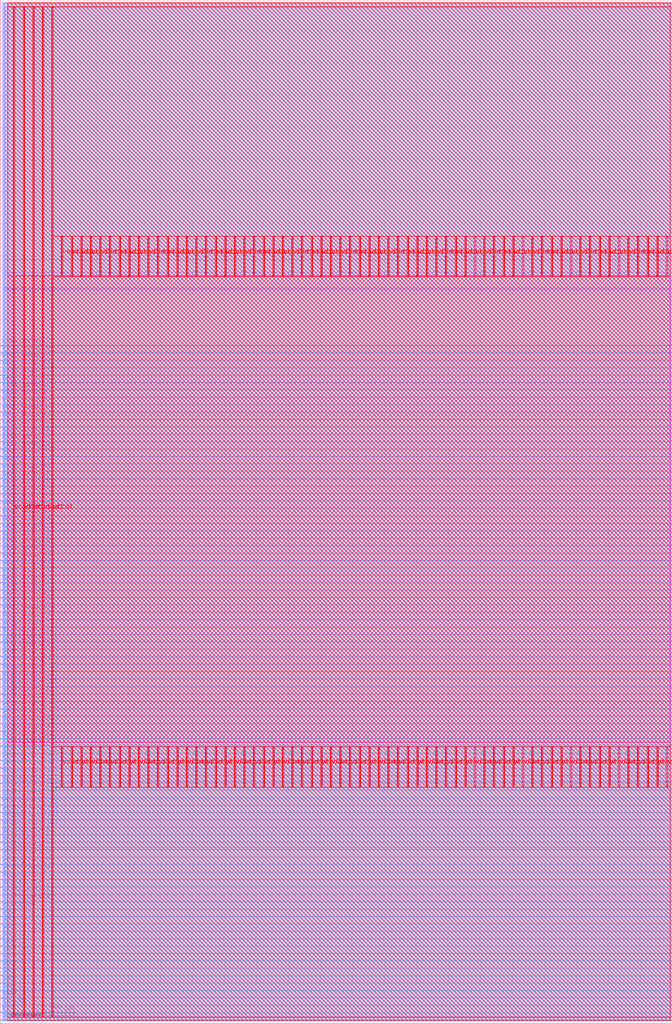
<source format=lef>
VERSION 5.7 ;
  NOWIREEXTENSIONATPIN ON ;
  DIVIDERCHAR "/" ;
  BUSBITCHARS "[]" ;
MACRO sram_38_4096
  CLASS BLOCK ;
  FOREIGN sram_38_4096 ;
  ORIGIN 0.000 0.000 ;
  SIZE 1050.000 BY 1600.000 ;
  PIN addr[0]
    DIRECTION INPUT ;
    USE SIGNAL ;
    PORT
      LAYER met3 ;
        RECT 0.000 40.160 4.000 40.760 ;
    END
  END addr[0]
  PIN addr[10]
    DIRECTION INPUT ;
    USE SIGNAL ;
    PORT
      LAYER met3 ;
        RECT 0.000 155.760 4.000 156.360 ;
    END
  END addr[10]
  PIN addr[11]
    DIRECTION INPUT ;
    USE SIGNAL ;
    PORT
      LAYER met3 ;
        RECT 0.000 167.320 4.000 167.920 ;
    END
  END addr[11]
  PIN addr[1]
    DIRECTION INPUT ;
    USE SIGNAL ;
    PORT
      LAYER met3 ;
        RECT 0.000 51.720 4.000 52.320 ;
    END
  END addr[1]
  PIN addr[2]
    DIRECTION INPUT ;
    USE SIGNAL ;
    PORT
      LAYER met3 ;
        RECT 0.000 63.280 4.000 63.880 ;
    END
  END addr[2]
  PIN addr[3]
    DIRECTION INPUT ;
    USE SIGNAL ;
    PORT
      LAYER met3 ;
        RECT 0.000 74.840 4.000 75.440 ;
    END
  END addr[3]
  PIN addr[4]
    DIRECTION INPUT ;
    USE SIGNAL ;
    PORT
      LAYER met3 ;
        RECT 0.000 86.400 4.000 87.000 ;
    END
  END addr[4]
  PIN addr[5]
    DIRECTION INPUT ;
    USE SIGNAL ;
    PORT
      LAYER met3 ;
        RECT 0.000 97.960 4.000 98.560 ;
    END
  END addr[5]
  PIN addr[6]
    DIRECTION INPUT ;
    USE SIGNAL ;
    PORT
      LAYER met3 ;
        RECT 0.000 109.520 4.000 110.120 ;
    END
  END addr[6]
  PIN addr[7]
    DIRECTION INPUT ;
    USE SIGNAL ;
    PORT
      LAYER met3 ;
        RECT 0.000 121.080 4.000 121.680 ;
    END
  END addr[7]
  PIN addr[8]
    DIRECTION INPUT ;
    USE SIGNAL ;
    PORT
      LAYER met3 ;
        RECT 0.000 132.640 4.000 133.240 ;
    END
  END addr[8]
  PIN addr[9]
    DIRECTION INPUT ;
    USE SIGNAL ;
    PORT
      LAYER met3 ;
        RECT 0.000 144.200 4.000 144.800 ;
    END
  END addr[9]
  PIN clk
    DIRECTION INPUT ;
    USE SIGNAL ;
    PORT
      LAYER met3 ;
        RECT 0.000 5.480 4.000 6.080 ;
    END
  END clk
  PIN clk_en
    DIRECTION INPUT ;
    USE SIGNAL ;
    PORT
      LAYER met3 ;
        RECT 0.000 28.600 4.000 29.200 ;
    END
  END clk_en
  PIN read_data[0]
    DIRECTION OUTPUT TRISTATE ;
    USE SIGNAL ;
    PORT
      LAYER met3 ;
        RECT 0.000 631.080 4.000 631.680 ;
    END
  END read_data[0]
  PIN read_data[10]
    DIRECTION OUTPUT TRISTATE ;
    USE SIGNAL ;
    PORT
      LAYER met3 ;
        RECT 0.000 746.680 4.000 747.280 ;
    END
  END read_data[10]
  PIN read_data[11]
    DIRECTION OUTPUT TRISTATE ;
    USE SIGNAL ;
    PORT
      LAYER met3 ;
        RECT 0.000 758.240 4.000 758.840 ;
    END
  END read_data[11]
  PIN read_data[12]
    DIRECTION OUTPUT TRISTATE ;
    USE SIGNAL ;
    PORT
      LAYER met3 ;
        RECT 0.000 769.800 4.000 770.400 ;
    END
  END read_data[12]
  PIN read_data[13]
    DIRECTION OUTPUT TRISTATE ;
    USE SIGNAL ;
    PORT
      LAYER met3 ;
        RECT 0.000 781.360 4.000 781.960 ;
    END
  END read_data[13]
  PIN read_data[14]
    DIRECTION OUTPUT TRISTATE ;
    USE SIGNAL ;
    PORT
      LAYER met3 ;
        RECT 0.000 792.920 4.000 793.520 ;
    END
  END read_data[14]
  PIN read_data[15]
    DIRECTION OUTPUT TRISTATE ;
    USE SIGNAL ;
    PORT
      LAYER met3 ;
        RECT 0.000 805.160 4.000 805.760 ;
    END
  END read_data[15]
  PIN read_data[16]
    DIRECTION OUTPUT TRISTATE ;
    USE SIGNAL ;
    PORT
      LAYER met3 ;
        RECT 0.000 816.720 4.000 817.320 ;
    END
  END read_data[16]
  PIN read_data[17]
    DIRECTION OUTPUT TRISTATE ;
    USE SIGNAL ;
    PORT
      LAYER met3 ;
        RECT 0.000 828.280 4.000 828.880 ;
    END
  END read_data[17]
  PIN read_data[18]
    DIRECTION OUTPUT TRISTATE ;
    USE SIGNAL ;
    PORT
      LAYER met3 ;
        RECT 0.000 839.840 4.000 840.440 ;
    END
  END read_data[18]
  PIN read_data[19]
    DIRECTION OUTPUT TRISTATE ;
    USE SIGNAL ;
    PORT
      LAYER met3 ;
        RECT 0.000 851.400 4.000 852.000 ;
    END
  END read_data[19]
  PIN read_data[1]
    DIRECTION OUTPUT TRISTATE ;
    USE SIGNAL ;
    PORT
      LAYER met3 ;
        RECT 0.000 642.640 4.000 643.240 ;
    END
  END read_data[1]
  PIN read_data[20]
    DIRECTION OUTPUT TRISTATE ;
    USE SIGNAL ;
    PORT
      LAYER met3 ;
        RECT 0.000 862.960 4.000 863.560 ;
    END
  END read_data[20]
  PIN read_data[21]
    DIRECTION OUTPUT TRISTATE ;
    USE SIGNAL ;
    PORT
      LAYER met3 ;
        RECT 0.000 874.520 4.000 875.120 ;
    END
  END read_data[21]
  PIN read_data[22]
    DIRECTION OUTPUT TRISTATE ;
    USE SIGNAL ;
    PORT
      LAYER met3 ;
        RECT 0.000 886.080 4.000 886.680 ;
    END
  END read_data[22]
  PIN read_data[23]
    DIRECTION OUTPUT TRISTATE ;
    USE SIGNAL ;
    PORT
      LAYER met3 ;
        RECT 0.000 897.640 4.000 898.240 ;
    END
  END read_data[23]
  PIN read_data[24]
    DIRECTION OUTPUT TRISTATE ;
    USE SIGNAL ;
    PORT
      LAYER met3 ;
        RECT 0.000 909.200 4.000 909.800 ;
    END
  END read_data[24]
  PIN read_data[25]
    DIRECTION OUTPUT TRISTATE ;
    USE SIGNAL ;
    PORT
      LAYER met3 ;
        RECT 0.000 920.760 4.000 921.360 ;
    END
  END read_data[25]
  PIN read_data[26]
    DIRECTION OUTPUT TRISTATE ;
    USE SIGNAL ;
    PORT
      LAYER met3 ;
        RECT 0.000 932.320 4.000 932.920 ;
    END
  END read_data[26]
  PIN read_data[27]
    DIRECTION OUTPUT TRISTATE ;
    USE SIGNAL ;
    PORT
      LAYER met3 ;
        RECT 0.000 943.880 4.000 944.480 ;
    END
  END read_data[27]
  PIN read_data[28]
    DIRECTION OUTPUT TRISTATE ;
    USE SIGNAL ;
    PORT
      LAYER met3 ;
        RECT 0.000 955.440 4.000 956.040 ;
    END
  END read_data[28]
  PIN read_data[29]
    DIRECTION OUTPUT TRISTATE ;
    USE SIGNAL ;
    PORT
      LAYER met3 ;
        RECT 0.000 967.000 4.000 967.600 ;
    END
  END read_data[29]
  PIN read_data[2]
    DIRECTION OUTPUT TRISTATE ;
    USE SIGNAL ;
    PORT
      LAYER met3 ;
        RECT 0.000 654.200 4.000 654.800 ;
    END
  END read_data[2]
  PIN read_data[30]
    DIRECTION OUTPUT TRISTATE ;
    USE SIGNAL ;
    PORT
      LAYER met3 ;
        RECT 0.000 978.560 4.000 979.160 ;
    END
  END read_data[30]
  PIN read_data[31]
    DIRECTION OUTPUT TRISTATE ;
    USE SIGNAL ;
    PORT
      LAYER met3 ;
        RECT 0.000 990.120 4.000 990.720 ;
    END
  END read_data[31]
  PIN read_data[32]
    DIRECTION OUTPUT TRISTATE ;
    USE SIGNAL ;
    PORT
      LAYER met3 ;
        RECT 0.000 1001.680 4.000 1002.280 ;
    END
  END read_data[32]
  PIN read_data[33]
    DIRECTION OUTPUT TRISTATE ;
    USE SIGNAL ;
    PORT
      LAYER met3 ;
        RECT 0.000 1013.240 4.000 1013.840 ;
    END
  END read_data[33]
  PIN read_data[34]
    DIRECTION OUTPUT TRISTATE ;
    USE SIGNAL ;
    PORT
      LAYER met3 ;
        RECT 0.000 1024.800 4.000 1025.400 ;
    END
  END read_data[34]
  PIN read_data[35]
    DIRECTION OUTPUT TRISTATE ;
    USE SIGNAL ;
    PORT
      LAYER met3 ;
        RECT 0.000 1036.360 4.000 1036.960 ;
    END
  END read_data[35]
  PIN read_data[36]
    DIRECTION OUTPUT TRISTATE ;
    USE SIGNAL ;
    PORT
      LAYER met3 ;
        RECT 0.000 1047.920 4.000 1048.520 ;
    END
  END read_data[36]
  PIN read_data[37]
    DIRECTION OUTPUT TRISTATE ;
    USE SIGNAL ;
    PORT
      LAYER met3 ;
        RECT 0.000 1059.480 4.000 1060.080 ;
    END
  END read_data[37]
  PIN read_data[3]
    DIRECTION OUTPUT TRISTATE ;
    USE SIGNAL ;
    PORT
      LAYER met3 ;
        RECT 0.000 665.760 4.000 666.360 ;
    END
  END read_data[3]
  PIN read_data[4]
    DIRECTION OUTPUT TRISTATE ;
    USE SIGNAL ;
    PORT
      LAYER met3 ;
        RECT 0.000 677.320 4.000 677.920 ;
    END
  END read_data[4]
  PIN read_data[5]
    DIRECTION OUTPUT TRISTATE ;
    USE SIGNAL ;
    PORT
      LAYER met3 ;
        RECT 0.000 688.880 4.000 689.480 ;
    END
  END read_data[5]
  PIN read_data[6]
    DIRECTION OUTPUT TRISTATE ;
    USE SIGNAL ;
    PORT
      LAYER met3 ;
        RECT 0.000 700.440 4.000 701.040 ;
    END
  END read_data[6]
  PIN read_data[7]
    DIRECTION OUTPUT TRISTATE ;
    USE SIGNAL ;
    PORT
      LAYER met3 ;
        RECT 0.000 712.000 4.000 712.600 ;
    END
  END read_data[7]
  PIN read_data[8]
    DIRECTION OUTPUT TRISTATE ;
    USE SIGNAL ;
    PORT
      LAYER met3 ;
        RECT 0.000 723.560 4.000 724.160 ;
    END
  END read_data[8]
  PIN read_data[9]
    DIRECTION OUTPUT TRISTATE ;
    USE SIGNAL ;
    PORT
      LAYER met3 ;
        RECT 0.000 735.120 4.000 735.720 ;
    END
  END read_data[9]
  PIN rst
    DIRECTION INPUT ;
    USE SIGNAL ;
    PORT
      LAYER met3 ;
        RECT 0.000 17.040 4.000 17.640 ;
    END
  END rst
  PIN vccd1
    DIRECTION INPUT ;
    USE POWER ;
    PORT
      LAYER met4 ;
        RECT 111.040 370.100 112.640 432.400 ;
    END
    PORT
      LAYER met4 ;
        RECT 141.040 370.100 142.640 432.400 ;
    END
    PORT
      LAYER met4 ;
        RECT 171.040 370.100 172.640 432.400 ;
    END
    PORT
      LAYER met4 ;
        RECT 201.040 370.100 202.640 432.400 ;
    END
    PORT
      LAYER met4 ;
        RECT 231.040 370.100 232.640 432.400 ;
    END
    PORT
      LAYER met4 ;
        RECT 261.040 370.100 262.640 432.400 ;
    END
    PORT
      LAYER met4 ;
        RECT 291.040 370.100 292.640 432.400 ;
    END
    PORT
      LAYER met4 ;
        RECT 321.040 370.100 322.640 432.400 ;
    END
    PORT
      LAYER met4 ;
        RECT 351.040 370.100 352.640 432.400 ;
    END
    PORT
      LAYER met4 ;
        RECT 381.040 370.100 382.640 432.400 ;
    END
    PORT
      LAYER met4 ;
        RECT 411.040 370.100 412.640 432.400 ;
    END
    PORT
      LAYER met4 ;
        RECT 441.040 370.100 442.640 432.400 ;
    END
    PORT
      LAYER met4 ;
        RECT 471.040 370.100 472.640 432.400 ;
    END
    PORT
      LAYER met4 ;
        RECT 501.040 370.100 502.640 432.400 ;
    END
    PORT
      LAYER met4 ;
        RECT 531.040 370.100 532.640 432.400 ;
    END
    PORT
      LAYER met4 ;
        RECT 561.040 370.100 562.640 432.400 ;
    END
    PORT
      LAYER met4 ;
        RECT 591.040 370.100 592.640 432.400 ;
    END
    PORT
      LAYER met4 ;
        RECT 621.040 370.100 622.640 432.400 ;
    END
    PORT
      LAYER met4 ;
        RECT 651.040 370.100 652.640 432.400 ;
    END
    PORT
      LAYER met4 ;
        RECT 681.040 370.100 682.640 432.400 ;
    END
    PORT
      LAYER met4 ;
        RECT 711.040 370.100 712.640 432.400 ;
    END
    PORT
      LAYER met4 ;
        RECT 741.040 370.100 742.640 432.400 ;
    END
    PORT
      LAYER met4 ;
        RECT 771.040 370.100 772.640 432.400 ;
    END
    PORT
      LAYER met4 ;
        RECT 801.040 370.100 802.640 432.400 ;
    END
    PORT
      LAYER met4 ;
        RECT 831.040 370.100 832.640 432.400 ;
    END
    PORT
      LAYER met4 ;
        RECT 861.040 370.100 862.640 432.400 ;
    END
    PORT
      LAYER met4 ;
        RECT 891.040 370.100 892.640 432.400 ;
    END
    PORT
      LAYER met4 ;
        RECT 921.040 370.100 922.640 432.400 ;
    END
    PORT
      LAYER met4 ;
        RECT 951.040 370.100 952.640 432.400 ;
    END
    PORT
      LAYER met4 ;
        RECT 981.040 370.100 982.640 432.400 ;
    END
    PORT
      LAYER met4 ;
        RECT 1011.040 370.100 1012.640 432.400 ;
    END
    PORT
      LAYER met4 ;
        RECT 1041.040 370.100 1042.640 432.400 ;
    END
    PORT
      LAYER met4 ;
        RECT 111.040 1167.600 112.640 1229.900 ;
    END
    PORT
      LAYER met4 ;
        RECT 141.040 1167.600 142.640 1229.900 ;
    END
    PORT
      LAYER met4 ;
        RECT 171.040 1167.600 172.640 1229.900 ;
    END
    PORT
      LAYER met4 ;
        RECT 201.040 1167.600 202.640 1229.900 ;
    END
    PORT
      LAYER met4 ;
        RECT 231.040 1167.600 232.640 1229.900 ;
    END
    PORT
      LAYER met4 ;
        RECT 261.040 1167.600 262.640 1229.900 ;
    END
    PORT
      LAYER met4 ;
        RECT 291.040 1167.600 292.640 1229.900 ;
    END
    PORT
      LAYER met4 ;
        RECT 321.040 1167.600 322.640 1229.900 ;
    END
    PORT
      LAYER met4 ;
        RECT 351.040 1167.600 352.640 1229.900 ;
    END
    PORT
      LAYER met4 ;
        RECT 381.040 1167.600 382.640 1229.900 ;
    END
    PORT
      LAYER met4 ;
        RECT 411.040 1167.600 412.640 1229.900 ;
    END
    PORT
      LAYER met4 ;
        RECT 441.040 1167.600 442.640 1229.900 ;
    END
    PORT
      LAYER met4 ;
        RECT 471.040 1167.600 472.640 1229.900 ;
    END
    PORT
      LAYER met4 ;
        RECT 501.040 1167.600 502.640 1229.900 ;
    END
    PORT
      LAYER met4 ;
        RECT 531.040 1167.600 532.640 1229.900 ;
    END
    PORT
      LAYER met4 ;
        RECT 561.040 1167.600 562.640 1229.900 ;
    END
    PORT
      LAYER met4 ;
        RECT 591.040 1167.600 592.640 1229.900 ;
    END
    PORT
      LAYER met4 ;
        RECT 621.040 1167.600 622.640 1229.900 ;
    END
    PORT
      LAYER met4 ;
        RECT 651.040 1167.600 652.640 1229.900 ;
    END
    PORT
      LAYER met4 ;
        RECT 681.040 1167.600 682.640 1229.900 ;
    END
    PORT
      LAYER met4 ;
        RECT 711.040 1167.600 712.640 1229.900 ;
    END
    PORT
      LAYER met4 ;
        RECT 741.040 1167.600 742.640 1229.900 ;
    END
    PORT
      LAYER met4 ;
        RECT 771.040 1167.600 772.640 1229.900 ;
    END
    PORT
      LAYER met4 ;
        RECT 801.040 1167.600 802.640 1229.900 ;
    END
    PORT
      LAYER met4 ;
        RECT 831.040 1167.600 832.640 1229.900 ;
    END
    PORT
      LAYER met4 ;
        RECT 861.040 1167.600 862.640 1229.900 ;
    END
    PORT
      LAYER met4 ;
        RECT 891.040 1167.600 892.640 1229.900 ;
    END
    PORT
      LAYER met4 ;
        RECT 921.040 1167.600 922.640 1229.900 ;
    END
    PORT
      LAYER met4 ;
        RECT 951.040 1167.600 952.640 1229.900 ;
    END
    PORT
      LAYER met4 ;
        RECT 981.040 1167.600 982.640 1229.900 ;
    END
    PORT
      LAYER met4 ;
        RECT 1011.040 1167.600 1012.640 1229.900 ;
    END
    PORT
      LAYER met4 ;
        RECT 1041.040 1167.600 1042.640 1229.900 ;
    END
    PORT
      LAYER met4 ;
        RECT 21.040 10.640 22.640 1588.720 ;
    END
    PORT
      LAYER met4 ;
        RECT 51.040 10.640 52.640 1588.720 ;
    END
    PORT
      LAYER met4 ;
        RECT 81.040 10.640 82.640 1588.720 ;
    END
  END vccd1
  PIN vssd1
    DIRECTION INPUT ;
    USE GROUND ;
    PORT
      LAYER met4 ;
        RECT 96.040 370.100 97.640 432.400 ;
    END
    PORT
      LAYER met4 ;
        RECT 126.040 370.100 127.640 432.400 ;
    END
    PORT
      LAYER met4 ;
        RECT 156.040 370.100 157.640 432.400 ;
    END
    PORT
      LAYER met4 ;
        RECT 186.040 370.100 187.640 432.400 ;
    END
    PORT
      LAYER met4 ;
        RECT 216.040 370.100 217.640 432.400 ;
    END
    PORT
      LAYER met4 ;
        RECT 246.040 370.100 247.640 432.400 ;
    END
    PORT
      LAYER met4 ;
        RECT 276.040 370.100 277.640 432.400 ;
    END
    PORT
      LAYER met4 ;
        RECT 306.040 370.100 307.640 432.400 ;
    END
    PORT
      LAYER met4 ;
        RECT 336.040 370.100 337.640 432.400 ;
    END
    PORT
      LAYER met4 ;
        RECT 366.040 370.100 367.640 432.400 ;
    END
    PORT
      LAYER met4 ;
        RECT 396.040 370.100 397.640 432.400 ;
    END
    PORT
      LAYER met4 ;
        RECT 426.040 370.100 427.640 432.400 ;
    END
    PORT
      LAYER met4 ;
        RECT 456.040 370.100 457.640 432.400 ;
    END
    PORT
      LAYER met4 ;
        RECT 486.040 370.100 487.640 432.400 ;
    END
    PORT
      LAYER met4 ;
        RECT 516.040 370.100 517.640 432.400 ;
    END
    PORT
      LAYER met4 ;
        RECT 546.040 370.100 547.640 432.400 ;
    END
    PORT
      LAYER met4 ;
        RECT 576.040 370.100 577.640 432.400 ;
    END
    PORT
      LAYER met4 ;
        RECT 606.040 370.100 607.640 432.400 ;
    END
    PORT
      LAYER met4 ;
        RECT 636.040 370.100 637.640 432.400 ;
    END
    PORT
      LAYER met4 ;
        RECT 666.040 370.100 667.640 432.400 ;
    END
    PORT
      LAYER met4 ;
        RECT 696.040 370.100 697.640 432.400 ;
    END
    PORT
      LAYER met4 ;
        RECT 726.040 370.100 727.640 432.400 ;
    END
    PORT
      LAYER met4 ;
        RECT 756.040 370.100 757.640 432.400 ;
    END
    PORT
      LAYER met4 ;
        RECT 786.040 370.100 787.640 432.400 ;
    END
    PORT
      LAYER met4 ;
        RECT 816.040 370.100 817.640 432.400 ;
    END
    PORT
      LAYER met4 ;
        RECT 846.040 370.100 847.640 432.400 ;
    END
    PORT
      LAYER met4 ;
        RECT 876.040 370.100 877.640 432.400 ;
    END
    PORT
      LAYER met4 ;
        RECT 906.040 370.100 907.640 432.400 ;
    END
    PORT
      LAYER met4 ;
        RECT 936.040 370.100 937.640 432.400 ;
    END
    PORT
      LAYER met4 ;
        RECT 966.040 370.100 967.640 432.400 ;
    END
    PORT
      LAYER met4 ;
        RECT 996.040 370.100 997.640 432.400 ;
    END
    PORT
      LAYER met4 ;
        RECT 1026.040 370.100 1027.640 432.400 ;
    END
    PORT
      LAYER met4 ;
        RECT 96.040 1167.600 97.640 1229.900 ;
    END
    PORT
      LAYER met4 ;
        RECT 126.040 1167.600 127.640 1229.900 ;
    END
    PORT
      LAYER met4 ;
        RECT 156.040 1167.600 157.640 1229.900 ;
    END
    PORT
      LAYER met4 ;
        RECT 186.040 1167.600 187.640 1229.900 ;
    END
    PORT
      LAYER met4 ;
        RECT 216.040 1167.600 217.640 1229.900 ;
    END
    PORT
      LAYER met4 ;
        RECT 246.040 1167.600 247.640 1229.900 ;
    END
    PORT
      LAYER met4 ;
        RECT 276.040 1167.600 277.640 1229.900 ;
    END
    PORT
      LAYER met4 ;
        RECT 306.040 1167.600 307.640 1229.900 ;
    END
    PORT
      LAYER met4 ;
        RECT 336.040 1167.600 337.640 1229.900 ;
    END
    PORT
      LAYER met4 ;
        RECT 366.040 1167.600 367.640 1229.900 ;
    END
    PORT
      LAYER met4 ;
        RECT 396.040 1167.600 397.640 1229.900 ;
    END
    PORT
      LAYER met4 ;
        RECT 426.040 1167.600 427.640 1229.900 ;
    END
    PORT
      LAYER met4 ;
        RECT 456.040 1167.600 457.640 1229.900 ;
    END
    PORT
      LAYER met4 ;
        RECT 486.040 1167.600 487.640 1229.900 ;
    END
    PORT
      LAYER met4 ;
        RECT 516.040 1167.600 517.640 1229.900 ;
    END
    PORT
      LAYER met4 ;
        RECT 546.040 1167.600 547.640 1229.900 ;
    END
    PORT
      LAYER met4 ;
        RECT 576.040 1167.600 577.640 1229.900 ;
    END
    PORT
      LAYER met4 ;
        RECT 606.040 1167.600 607.640 1229.900 ;
    END
    PORT
      LAYER met4 ;
        RECT 636.040 1167.600 637.640 1229.900 ;
    END
    PORT
      LAYER met4 ;
        RECT 666.040 1167.600 667.640 1229.900 ;
    END
    PORT
      LAYER met4 ;
        RECT 696.040 1167.600 697.640 1229.900 ;
    END
    PORT
      LAYER met4 ;
        RECT 726.040 1167.600 727.640 1229.900 ;
    END
    PORT
      LAYER met4 ;
        RECT 756.040 1167.600 757.640 1229.900 ;
    END
    PORT
      LAYER met4 ;
        RECT 786.040 1167.600 787.640 1229.900 ;
    END
    PORT
      LAYER met4 ;
        RECT 816.040 1167.600 817.640 1229.900 ;
    END
    PORT
      LAYER met4 ;
        RECT 846.040 1167.600 847.640 1229.900 ;
    END
    PORT
      LAYER met4 ;
        RECT 876.040 1167.600 877.640 1229.900 ;
    END
    PORT
      LAYER met4 ;
        RECT 906.040 1167.600 907.640 1229.900 ;
    END
    PORT
      LAYER met4 ;
        RECT 936.040 1167.600 937.640 1229.900 ;
    END
    PORT
      LAYER met4 ;
        RECT 966.040 1167.600 967.640 1229.900 ;
    END
    PORT
      LAYER met4 ;
        RECT 996.040 1167.600 997.640 1229.900 ;
    END
    PORT
      LAYER met4 ;
        RECT 1026.040 1167.600 1027.640 1229.900 ;
    END
    PORT
      LAYER met4 ;
        RECT 36.040 10.640 37.640 1588.720 ;
    END
    PORT
      LAYER met4 ;
        RECT 66.040 10.640 67.640 1588.720 ;
    END
  END vssd1
  PIN write_data[0]
    DIRECTION INPUT ;
    USE SIGNAL ;
    PORT
      LAYER met3 ;
        RECT 0.000 190.440 4.000 191.040 ;
    END
  END write_data[0]
  PIN write_data[10]
    DIRECTION INPUT ;
    USE SIGNAL ;
    PORT
      LAYER met3 ;
        RECT 0.000 306.720 4.000 307.320 ;
    END
  END write_data[10]
  PIN write_data[11]
    DIRECTION INPUT ;
    USE SIGNAL ;
    PORT
      LAYER met3 ;
        RECT 0.000 318.280 4.000 318.880 ;
    END
  END write_data[11]
  PIN write_data[12]
    DIRECTION INPUT ;
    USE SIGNAL ;
    PORT
      LAYER met3 ;
        RECT 0.000 329.840 4.000 330.440 ;
    END
  END write_data[12]
  PIN write_data[13]
    DIRECTION INPUT ;
    USE SIGNAL ;
    PORT
      LAYER met3 ;
        RECT 0.000 341.400 4.000 342.000 ;
    END
  END write_data[13]
  PIN write_data[14]
    DIRECTION INPUT ;
    USE SIGNAL ;
    PORT
      LAYER met3 ;
        RECT 0.000 352.960 4.000 353.560 ;
    END
  END write_data[14]
  PIN write_data[15]
    DIRECTION INPUT ;
    USE SIGNAL ;
    PORT
      LAYER met3 ;
        RECT 0.000 364.520 4.000 365.120 ;
    END
  END write_data[15]
  PIN write_data[16]
    DIRECTION INPUT ;
    USE SIGNAL ;
    PORT
      LAYER met3 ;
        RECT 0.000 376.080 4.000 376.680 ;
    END
  END write_data[16]
  PIN write_data[17]
    DIRECTION INPUT ;
    USE SIGNAL ;
    PORT
      LAYER met3 ;
        RECT 0.000 387.640 4.000 388.240 ;
    END
  END write_data[17]
  PIN write_data[18]
    DIRECTION INPUT ;
    USE SIGNAL ;
    PORT
      LAYER met3 ;
        RECT 0.000 399.200 4.000 399.800 ;
    END
  END write_data[18]
  PIN write_data[19]
    DIRECTION INPUT ;
    USE SIGNAL ;
    PORT
      LAYER met3 ;
        RECT 0.000 410.760 4.000 411.360 ;
    END
  END write_data[19]
  PIN write_data[1]
    DIRECTION INPUT ;
    USE SIGNAL ;
    PORT
      LAYER met3 ;
        RECT 0.000 202.000 4.000 202.600 ;
    END
  END write_data[1]
  PIN write_data[20]
    DIRECTION INPUT ;
    USE SIGNAL ;
    PORT
      LAYER met3 ;
        RECT 0.000 422.320 4.000 422.920 ;
    END
  END write_data[20]
  PIN write_data[21]
    DIRECTION INPUT ;
    USE SIGNAL ;
    PORT
      LAYER met3 ;
        RECT 0.000 433.880 4.000 434.480 ;
    END
  END write_data[21]
  PIN write_data[22]
    DIRECTION INPUT ;
    USE SIGNAL ;
    PORT
      LAYER met3 ;
        RECT 0.000 445.440 4.000 446.040 ;
    END
  END write_data[22]
  PIN write_data[23]
    DIRECTION INPUT ;
    USE SIGNAL ;
    PORT
      LAYER met3 ;
        RECT 0.000 457.000 4.000 457.600 ;
    END
  END write_data[23]
  PIN write_data[24]
    DIRECTION INPUT ;
    USE SIGNAL ;
    PORT
      LAYER met3 ;
        RECT 0.000 468.560 4.000 469.160 ;
    END
  END write_data[24]
  PIN write_data[25]
    DIRECTION INPUT ;
    USE SIGNAL ;
    PORT
      LAYER met3 ;
        RECT 0.000 480.120 4.000 480.720 ;
    END
  END write_data[25]
  PIN write_data[26]
    DIRECTION INPUT ;
    USE SIGNAL ;
    PORT
      LAYER met3 ;
        RECT 0.000 491.680 4.000 492.280 ;
    END
  END write_data[26]
  PIN write_data[27]
    DIRECTION INPUT ;
    USE SIGNAL ;
    PORT
      LAYER met3 ;
        RECT 0.000 503.240 4.000 503.840 ;
    END
  END write_data[27]
  PIN write_data[28]
    DIRECTION INPUT ;
    USE SIGNAL ;
    PORT
      LAYER met3 ;
        RECT 0.000 514.800 4.000 515.400 ;
    END
  END write_data[28]
  PIN write_data[29]
    DIRECTION INPUT ;
    USE SIGNAL ;
    PORT
      LAYER met3 ;
        RECT 0.000 526.360 4.000 526.960 ;
    END
  END write_data[29]
  PIN write_data[2]
    DIRECTION INPUT ;
    USE SIGNAL ;
    PORT
      LAYER met3 ;
        RECT 0.000 213.560 4.000 214.160 ;
    END
  END write_data[2]
  PIN write_data[30]
    DIRECTION INPUT ;
    USE SIGNAL ;
    PORT
      LAYER met3 ;
        RECT 0.000 538.600 4.000 539.200 ;
    END
  END write_data[30]
  PIN write_data[31]
    DIRECTION INPUT ;
    USE SIGNAL ;
    PORT
      LAYER met3 ;
        RECT 0.000 550.160 4.000 550.760 ;
    END
  END write_data[31]
  PIN write_data[32]
    DIRECTION INPUT ;
    USE SIGNAL ;
    PORT
      LAYER met3 ;
        RECT 0.000 561.720 4.000 562.320 ;
    END
  END write_data[32]
  PIN write_data[33]
    DIRECTION INPUT ;
    USE SIGNAL ;
    PORT
      LAYER met3 ;
        RECT 0.000 573.280 4.000 573.880 ;
    END
  END write_data[33]
  PIN write_data[34]
    DIRECTION INPUT ;
    USE SIGNAL ;
    PORT
      LAYER met3 ;
        RECT 0.000 584.840 4.000 585.440 ;
    END
  END write_data[34]
  PIN write_data[35]
    DIRECTION INPUT ;
    USE SIGNAL ;
    PORT
      LAYER met3 ;
        RECT 0.000 596.400 4.000 597.000 ;
    END
  END write_data[35]
  PIN write_data[36]
    DIRECTION INPUT ;
    USE SIGNAL ;
    PORT
      LAYER met3 ;
        RECT 0.000 607.960 4.000 608.560 ;
    END
  END write_data[36]
  PIN write_data[37]
    DIRECTION INPUT ;
    USE SIGNAL ;
    PORT
      LAYER met3 ;
        RECT 0.000 619.520 4.000 620.120 ;
    END
  END write_data[37]
  PIN write_data[3]
    DIRECTION INPUT ;
    USE SIGNAL ;
    PORT
      LAYER met3 ;
        RECT 0.000 225.120 4.000 225.720 ;
    END
  END write_data[3]
  PIN write_data[4]
    DIRECTION INPUT ;
    USE SIGNAL ;
    PORT
      LAYER met3 ;
        RECT 0.000 236.680 4.000 237.280 ;
    END
  END write_data[4]
  PIN write_data[5]
    DIRECTION INPUT ;
    USE SIGNAL ;
    PORT
      LAYER met3 ;
        RECT 0.000 248.240 4.000 248.840 ;
    END
  END write_data[5]
  PIN write_data[6]
    DIRECTION INPUT ;
    USE SIGNAL ;
    PORT
      LAYER met3 ;
        RECT 0.000 259.800 4.000 260.400 ;
    END
  END write_data[6]
  PIN write_data[7]
    DIRECTION INPUT ;
    USE SIGNAL ;
    PORT
      LAYER met3 ;
        RECT 0.000 272.040 4.000 272.640 ;
    END
  END write_data[7]
  PIN write_data[8]
    DIRECTION INPUT ;
    USE SIGNAL ;
    PORT
      LAYER met3 ;
        RECT 0.000 283.600 4.000 284.200 ;
    END
  END write_data[8]
  PIN write_data[9]
    DIRECTION INPUT ;
    USE SIGNAL ;
    PORT
      LAYER met3 ;
        RECT 0.000 295.160 4.000 295.760 ;
    END
  END write_data[9]
  PIN write_en
    DIRECTION INPUT ;
    USE SIGNAL ;
    PORT
      LAYER met3 ;
        RECT 0.000 178.880 4.000 179.480 ;
    END
  END write_en
  OBS
      LAYER li1 ;
        RECT 5.520 1174.275 1050.000 1588.565 ;
        RECT 5.520 379.185 1050.035 1174.275 ;
        RECT 5.520 10.795 1050.000 379.185 ;
      LAYER met1 ;
        RECT 5.520 1149.440 1050.000 1594.380 ;
        RECT 5.520 1147.260 1050.020 1149.440 ;
        RECT 5.520 5.620 1050.000 1147.260 ;
      LAYER met2 ;
        RECT 6.990 1193.770 1050.000 1594.380 ;
        RECT 6.990 275.930 1050.020 1193.770 ;
        RECT 6.990 5.595 1050.000 275.930 ;
      LAYER met3 ;
        RECT 4.000 1060.480 1049.655 1595.000 ;
        RECT 4.400 1059.080 1049.655 1060.480 ;
        RECT 4.000 1048.920 1049.655 1059.080 ;
        RECT 4.400 1047.520 1049.655 1048.920 ;
        RECT 4.000 1037.360 1049.655 1047.520 ;
        RECT 4.400 1035.960 1049.655 1037.360 ;
        RECT 4.000 1025.800 1049.655 1035.960 ;
        RECT 4.400 1024.400 1049.655 1025.800 ;
        RECT 4.000 1014.240 1049.655 1024.400 ;
        RECT 4.400 1012.840 1049.655 1014.240 ;
        RECT 4.000 1002.680 1049.655 1012.840 ;
        RECT 4.400 1001.280 1049.655 1002.680 ;
        RECT 4.000 991.120 1049.655 1001.280 ;
        RECT 4.400 989.720 1049.655 991.120 ;
        RECT 4.000 979.560 1049.655 989.720 ;
        RECT 4.400 978.160 1049.655 979.560 ;
        RECT 4.000 968.000 1049.655 978.160 ;
        RECT 4.400 966.600 1049.655 968.000 ;
        RECT 4.000 956.440 1049.655 966.600 ;
        RECT 4.400 955.040 1049.655 956.440 ;
        RECT 4.000 944.880 1049.655 955.040 ;
        RECT 4.400 943.480 1049.655 944.880 ;
        RECT 4.000 933.320 1049.655 943.480 ;
        RECT 4.400 931.920 1049.655 933.320 ;
        RECT 4.000 921.760 1049.655 931.920 ;
        RECT 4.400 920.360 1049.655 921.760 ;
        RECT 4.000 910.200 1049.655 920.360 ;
        RECT 4.400 908.800 1049.655 910.200 ;
        RECT 4.000 898.640 1049.655 908.800 ;
        RECT 4.400 897.240 1049.655 898.640 ;
        RECT 4.000 887.080 1049.655 897.240 ;
        RECT 4.400 885.680 1049.655 887.080 ;
        RECT 4.000 875.520 1049.655 885.680 ;
        RECT 4.400 874.120 1049.655 875.520 ;
        RECT 4.000 863.960 1049.655 874.120 ;
        RECT 4.400 862.560 1049.655 863.960 ;
        RECT 4.000 852.400 1049.655 862.560 ;
        RECT 4.400 851.000 1049.655 852.400 ;
        RECT 4.000 840.840 1049.655 851.000 ;
        RECT 4.400 839.440 1049.655 840.840 ;
        RECT 4.000 829.280 1049.655 839.440 ;
        RECT 4.400 827.880 1049.655 829.280 ;
        RECT 4.000 817.720 1049.655 827.880 ;
        RECT 4.400 816.320 1049.655 817.720 ;
        RECT 4.000 806.160 1049.655 816.320 ;
        RECT 4.400 804.760 1049.655 806.160 ;
        RECT 4.000 793.920 1049.655 804.760 ;
        RECT 4.400 792.520 1049.655 793.920 ;
        RECT 4.000 782.360 1049.655 792.520 ;
        RECT 4.400 780.960 1049.655 782.360 ;
        RECT 4.000 770.800 1049.655 780.960 ;
        RECT 4.400 769.400 1049.655 770.800 ;
        RECT 4.000 759.240 1049.655 769.400 ;
        RECT 4.400 757.840 1049.655 759.240 ;
        RECT 4.000 747.680 1049.655 757.840 ;
        RECT 4.400 746.280 1049.655 747.680 ;
        RECT 4.000 736.120 1049.655 746.280 ;
        RECT 4.400 734.720 1049.655 736.120 ;
        RECT 4.000 724.560 1049.655 734.720 ;
        RECT 4.400 723.160 1049.655 724.560 ;
        RECT 4.000 713.000 1049.655 723.160 ;
        RECT 4.400 711.600 1049.655 713.000 ;
        RECT 4.000 701.440 1049.655 711.600 ;
        RECT 4.400 700.040 1049.655 701.440 ;
        RECT 4.000 689.880 1049.655 700.040 ;
        RECT 4.400 688.480 1049.655 689.880 ;
        RECT 4.000 678.320 1049.655 688.480 ;
        RECT 4.400 676.920 1049.655 678.320 ;
        RECT 4.000 666.760 1049.655 676.920 ;
        RECT 4.400 665.360 1049.655 666.760 ;
        RECT 4.000 655.200 1049.655 665.360 ;
        RECT 4.400 653.800 1049.655 655.200 ;
        RECT 4.000 643.640 1049.655 653.800 ;
        RECT 4.400 642.240 1049.655 643.640 ;
        RECT 4.000 632.080 1049.655 642.240 ;
        RECT 4.400 630.680 1049.655 632.080 ;
        RECT 4.000 620.520 1049.655 630.680 ;
        RECT 4.400 619.120 1049.655 620.520 ;
        RECT 4.000 608.960 1049.655 619.120 ;
        RECT 4.400 607.560 1049.655 608.960 ;
        RECT 4.000 597.400 1049.655 607.560 ;
        RECT 4.400 596.000 1049.655 597.400 ;
        RECT 4.000 585.840 1049.655 596.000 ;
        RECT 4.400 584.440 1049.655 585.840 ;
        RECT 4.000 574.280 1049.655 584.440 ;
        RECT 4.400 572.880 1049.655 574.280 ;
        RECT 4.000 562.720 1049.655 572.880 ;
        RECT 4.400 561.320 1049.655 562.720 ;
        RECT 4.000 551.160 1049.655 561.320 ;
        RECT 4.400 549.760 1049.655 551.160 ;
        RECT 4.000 539.600 1049.655 549.760 ;
        RECT 4.400 538.200 1049.655 539.600 ;
        RECT 4.000 527.360 1049.655 538.200 ;
        RECT 4.400 525.960 1049.655 527.360 ;
        RECT 4.000 515.800 1049.655 525.960 ;
        RECT 4.400 514.400 1049.655 515.800 ;
        RECT 4.000 504.240 1049.655 514.400 ;
        RECT 4.400 502.840 1049.655 504.240 ;
        RECT 4.000 492.680 1049.655 502.840 ;
        RECT 4.400 491.280 1049.655 492.680 ;
        RECT 4.000 481.120 1049.655 491.280 ;
        RECT 4.400 479.720 1049.655 481.120 ;
        RECT 4.000 469.560 1049.655 479.720 ;
        RECT 4.400 468.160 1049.655 469.560 ;
        RECT 4.000 458.000 1049.655 468.160 ;
        RECT 4.400 456.600 1049.655 458.000 ;
        RECT 4.000 446.440 1049.655 456.600 ;
        RECT 4.400 445.040 1049.655 446.440 ;
        RECT 4.000 434.880 1049.655 445.040 ;
        RECT 4.400 433.480 1049.655 434.880 ;
        RECT 4.000 423.320 1049.655 433.480 ;
        RECT 4.400 421.920 1049.655 423.320 ;
        RECT 4.000 411.760 1049.655 421.920 ;
        RECT 4.400 410.360 1049.655 411.760 ;
        RECT 4.000 400.200 1049.655 410.360 ;
        RECT 4.400 398.800 1049.655 400.200 ;
        RECT 4.000 388.640 1049.655 398.800 ;
        RECT 4.400 387.240 1049.655 388.640 ;
        RECT 4.000 377.080 1049.655 387.240 ;
        RECT 4.400 375.680 1049.655 377.080 ;
        RECT 4.000 365.520 1049.655 375.680 ;
        RECT 4.400 364.120 1049.655 365.520 ;
        RECT 4.000 353.960 1049.655 364.120 ;
        RECT 4.400 352.560 1049.655 353.960 ;
        RECT 4.000 342.400 1049.655 352.560 ;
        RECT 4.400 341.000 1049.655 342.400 ;
        RECT 4.000 330.840 1049.655 341.000 ;
        RECT 4.400 329.440 1049.655 330.840 ;
        RECT 4.000 319.280 1049.655 329.440 ;
        RECT 4.400 317.880 1049.655 319.280 ;
        RECT 4.000 307.720 1049.655 317.880 ;
        RECT 4.400 306.320 1049.655 307.720 ;
        RECT 4.000 296.160 1049.655 306.320 ;
        RECT 4.400 294.760 1049.655 296.160 ;
        RECT 4.000 284.600 1049.655 294.760 ;
        RECT 4.400 283.200 1049.655 284.600 ;
        RECT 4.000 273.040 1049.655 283.200 ;
        RECT 4.400 271.640 1049.655 273.040 ;
        RECT 4.000 260.800 1049.655 271.640 ;
        RECT 4.400 259.400 1049.655 260.800 ;
        RECT 4.000 249.240 1049.655 259.400 ;
        RECT 4.400 247.840 1049.655 249.240 ;
        RECT 4.000 237.680 1049.655 247.840 ;
        RECT 4.400 236.280 1049.655 237.680 ;
        RECT 4.000 226.120 1049.655 236.280 ;
        RECT 4.400 224.720 1049.655 226.120 ;
        RECT 4.000 214.560 1049.655 224.720 ;
        RECT 4.400 213.160 1049.655 214.560 ;
        RECT 4.000 203.000 1049.655 213.160 ;
        RECT 4.400 201.600 1049.655 203.000 ;
        RECT 4.000 191.440 1049.655 201.600 ;
        RECT 4.400 190.040 1049.655 191.440 ;
        RECT 4.000 179.880 1049.655 190.040 ;
        RECT 4.400 178.480 1049.655 179.880 ;
        RECT 4.000 168.320 1049.655 178.480 ;
        RECT 4.400 166.920 1049.655 168.320 ;
        RECT 4.000 156.760 1049.655 166.920 ;
        RECT 4.400 155.360 1049.655 156.760 ;
        RECT 4.000 145.200 1049.655 155.360 ;
        RECT 4.400 143.800 1049.655 145.200 ;
        RECT 4.000 133.640 1049.655 143.800 ;
        RECT 4.400 132.240 1049.655 133.640 ;
        RECT 4.000 122.080 1049.655 132.240 ;
        RECT 4.400 120.680 1049.655 122.080 ;
        RECT 4.000 110.520 1049.655 120.680 ;
        RECT 4.400 109.120 1049.655 110.520 ;
        RECT 4.000 98.960 1049.655 109.120 ;
        RECT 4.400 97.560 1049.655 98.960 ;
        RECT 4.000 87.400 1049.655 97.560 ;
        RECT 4.400 86.000 1049.655 87.400 ;
        RECT 4.000 75.840 1049.655 86.000 ;
        RECT 4.400 74.440 1049.655 75.840 ;
        RECT 4.000 64.280 1049.655 74.440 ;
        RECT 4.400 62.880 1049.655 64.280 ;
        RECT 4.000 52.720 1049.655 62.880 ;
        RECT 4.400 51.320 1049.655 52.720 ;
        RECT 4.000 41.160 1049.655 51.320 ;
        RECT 4.400 39.760 1049.655 41.160 ;
        RECT 4.000 29.600 1049.655 39.760 ;
        RECT 4.400 28.200 1049.655 29.600 ;
        RECT 4.000 18.040 1049.655 28.200 ;
        RECT 4.400 16.640 1049.655 18.040 ;
        RECT 4.000 6.480 1049.655 16.640 ;
        RECT 4.400 5.080 1049.655 6.480 ;
        RECT 4.000 5.000 1049.655 5.080 ;
      LAYER met4 ;
        RECT 11.830 1589.120 1047.090 1595.000 ;
        RECT 11.830 10.240 20.640 1589.120 ;
        RECT 23.040 10.240 35.640 1589.120 ;
        RECT 38.040 10.240 50.640 1589.120 ;
        RECT 53.040 10.240 65.640 1589.120 ;
        RECT 68.040 10.240 80.640 1589.120 ;
        RECT 83.040 1230.300 1047.090 1589.120 ;
        RECT 83.040 1167.200 95.640 1230.300 ;
        RECT 98.040 1167.200 110.640 1230.300 ;
        RECT 113.040 1167.200 125.640 1230.300 ;
        RECT 128.040 1167.200 140.640 1230.300 ;
        RECT 143.040 1167.200 155.640 1230.300 ;
        RECT 158.040 1167.200 170.640 1230.300 ;
        RECT 173.040 1167.200 185.640 1230.300 ;
        RECT 188.040 1167.200 200.640 1230.300 ;
        RECT 203.040 1167.200 215.640 1230.300 ;
        RECT 218.040 1167.200 230.640 1230.300 ;
        RECT 233.040 1167.200 245.640 1230.300 ;
        RECT 248.040 1167.200 260.640 1230.300 ;
        RECT 263.040 1167.200 275.640 1230.300 ;
        RECT 278.040 1167.200 290.640 1230.300 ;
        RECT 293.040 1167.200 305.640 1230.300 ;
        RECT 308.040 1167.200 320.640 1230.300 ;
        RECT 323.040 1167.200 335.640 1230.300 ;
        RECT 338.040 1167.200 350.640 1230.300 ;
        RECT 353.040 1167.200 365.640 1230.300 ;
        RECT 368.040 1167.200 380.640 1230.300 ;
        RECT 383.040 1167.200 395.640 1230.300 ;
        RECT 398.040 1167.200 410.640 1230.300 ;
        RECT 413.040 1167.200 425.640 1230.300 ;
        RECT 428.040 1167.200 440.640 1230.300 ;
        RECT 443.040 1167.200 455.640 1230.300 ;
        RECT 458.040 1167.200 470.640 1230.300 ;
        RECT 473.040 1167.200 485.640 1230.300 ;
        RECT 488.040 1167.200 500.640 1230.300 ;
        RECT 503.040 1167.200 515.640 1230.300 ;
        RECT 518.040 1167.200 530.640 1230.300 ;
        RECT 533.040 1167.200 545.640 1230.300 ;
        RECT 548.040 1167.200 560.640 1230.300 ;
        RECT 563.040 1167.200 575.640 1230.300 ;
        RECT 578.040 1167.200 590.640 1230.300 ;
        RECT 593.040 1167.200 605.640 1230.300 ;
        RECT 608.040 1167.200 620.640 1230.300 ;
        RECT 623.040 1167.200 635.640 1230.300 ;
        RECT 638.040 1167.200 650.640 1230.300 ;
        RECT 653.040 1167.200 665.640 1230.300 ;
        RECT 668.040 1167.200 680.640 1230.300 ;
        RECT 683.040 1167.200 695.640 1230.300 ;
        RECT 698.040 1167.200 710.640 1230.300 ;
        RECT 713.040 1167.200 725.640 1230.300 ;
        RECT 728.040 1167.200 740.640 1230.300 ;
        RECT 743.040 1167.200 755.640 1230.300 ;
        RECT 758.040 1167.200 770.640 1230.300 ;
        RECT 773.040 1167.200 785.640 1230.300 ;
        RECT 788.040 1167.200 800.640 1230.300 ;
        RECT 803.040 1167.200 815.640 1230.300 ;
        RECT 818.040 1167.200 830.640 1230.300 ;
        RECT 833.040 1167.200 845.640 1230.300 ;
        RECT 848.040 1167.200 860.640 1230.300 ;
        RECT 863.040 1167.200 875.640 1230.300 ;
        RECT 878.040 1167.200 890.640 1230.300 ;
        RECT 893.040 1167.200 905.640 1230.300 ;
        RECT 908.040 1167.200 920.640 1230.300 ;
        RECT 923.040 1167.200 935.640 1230.300 ;
        RECT 938.040 1167.200 950.640 1230.300 ;
        RECT 953.040 1167.200 965.640 1230.300 ;
        RECT 968.040 1167.200 980.640 1230.300 ;
        RECT 983.040 1167.200 995.640 1230.300 ;
        RECT 998.040 1167.200 1010.640 1230.300 ;
        RECT 1013.040 1167.200 1025.640 1230.300 ;
        RECT 1028.040 1167.200 1040.640 1230.300 ;
        RECT 1043.040 1167.200 1047.090 1230.300 ;
        RECT 83.040 432.800 1047.090 1167.200 ;
        RECT 83.040 369.700 95.640 432.800 ;
        RECT 98.040 369.700 110.640 432.800 ;
        RECT 113.040 369.700 125.640 432.800 ;
        RECT 128.040 369.700 140.640 432.800 ;
        RECT 143.040 369.700 155.640 432.800 ;
        RECT 158.040 369.700 170.640 432.800 ;
        RECT 173.040 369.700 185.640 432.800 ;
        RECT 188.040 369.700 200.640 432.800 ;
        RECT 203.040 369.700 215.640 432.800 ;
        RECT 218.040 369.700 230.640 432.800 ;
        RECT 233.040 369.700 245.640 432.800 ;
        RECT 248.040 369.700 260.640 432.800 ;
        RECT 263.040 369.700 275.640 432.800 ;
        RECT 278.040 369.700 290.640 432.800 ;
        RECT 293.040 369.700 305.640 432.800 ;
        RECT 308.040 369.700 320.640 432.800 ;
        RECT 323.040 369.700 335.640 432.800 ;
        RECT 338.040 369.700 350.640 432.800 ;
        RECT 353.040 369.700 365.640 432.800 ;
        RECT 368.040 369.700 380.640 432.800 ;
        RECT 383.040 369.700 395.640 432.800 ;
        RECT 398.040 369.700 410.640 432.800 ;
        RECT 413.040 369.700 425.640 432.800 ;
        RECT 428.040 369.700 440.640 432.800 ;
        RECT 443.040 369.700 455.640 432.800 ;
        RECT 458.040 369.700 470.640 432.800 ;
        RECT 473.040 369.700 485.640 432.800 ;
        RECT 488.040 369.700 500.640 432.800 ;
        RECT 503.040 369.700 515.640 432.800 ;
        RECT 518.040 369.700 530.640 432.800 ;
        RECT 533.040 369.700 545.640 432.800 ;
        RECT 548.040 369.700 560.640 432.800 ;
        RECT 563.040 369.700 575.640 432.800 ;
        RECT 578.040 369.700 590.640 432.800 ;
        RECT 593.040 369.700 605.640 432.800 ;
        RECT 608.040 369.700 620.640 432.800 ;
        RECT 623.040 369.700 635.640 432.800 ;
        RECT 638.040 369.700 650.640 432.800 ;
        RECT 653.040 369.700 665.640 432.800 ;
        RECT 668.040 369.700 680.640 432.800 ;
        RECT 683.040 369.700 695.640 432.800 ;
        RECT 698.040 369.700 710.640 432.800 ;
        RECT 713.040 369.700 725.640 432.800 ;
        RECT 728.040 369.700 740.640 432.800 ;
        RECT 743.040 369.700 755.640 432.800 ;
        RECT 758.040 369.700 770.640 432.800 ;
        RECT 773.040 369.700 785.640 432.800 ;
        RECT 788.040 369.700 800.640 432.800 ;
        RECT 803.040 369.700 815.640 432.800 ;
        RECT 818.040 369.700 830.640 432.800 ;
        RECT 833.040 369.700 845.640 432.800 ;
        RECT 848.040 369.700 860.640 432.800 ;
        RECT 863.040 369.700 875.640 432.800 ;
        RECT 878.040 369.700 890.640 432.800 ;
        RECT 893.040 369.700 905.640 432.800 ;
        RECT 908.040 369.700 920.640 432.800 ;
        RECT 923.040 369.700 935.640 432.800 ;
        RECT 938.040 369.700 950.640 432.800 ;
        RECT 953.040 369.700 965.640 432.800 ;
        RECT 968.040 369.700 980.640 432.800 ;
        RECT 983.040 369.700 995.640 432.800 ;
        RECT 998.040 369.700 1010.640 432.800 ;
        RECT 1013.040 369.700 1025.640 432.800 ;
        RECT 1028.040 369.700 1040.640 432.800 ;
        RECT 1043.040 369.700 1047.090 432.800 ;
        RECT 83.040 10.240 1047.090 369.700 ;
        RECT 11.830 5.000 1047.090 10.240 ;
      LAYER met5 ;
        RECT 11.620 439.500 1047.300 1168.700 ;
  END
END sram_38_4096
END LIBRARY


</source>
